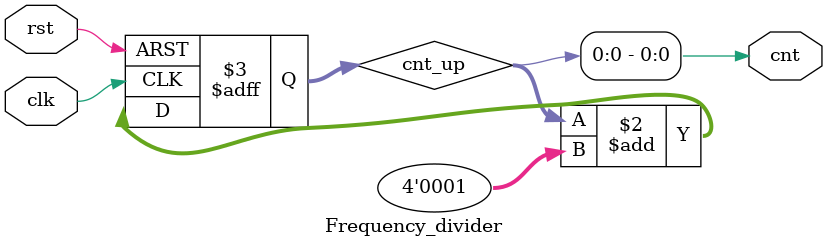
<source format=v>

module Frequency_divider(input clk,input rst,output cnt);
reg[3:0] cnt_up;
always @(posedge clk or posedge rst)
begin
if(rst)
cnt_up<=4'd0;
else cnt_up<=cnt_up+ 4'd1;
end
assign cnt=cnt_up[0];
endmodule
</source>
